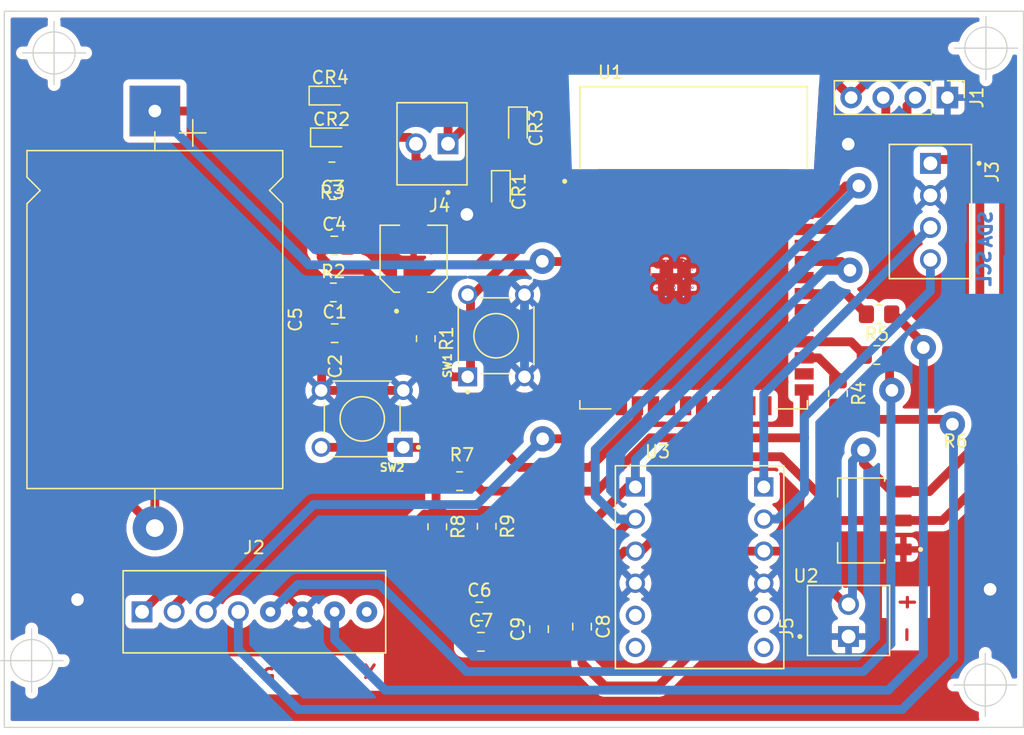
<source format=kicad_pcb>
(kicad_pcb (version 20211014) (generator pcbnew)
  (layers (0 "F.Cu" signal) (31 "B.Cu" signal) (34 "B.Paste" user) (35 "F.Paste" user) (36 "B.SilkS" user "B.Silkscreen") (37 "F.SilkS" user "F.Silkscreen") (38 "B.Mask" user) (39 "F.Mask" user) (44 "Edge.Cuts" user))
  (net 0 "")
  (net 1 "GND")
  (net 2 "Net-(C1-Pad2)")
  (net 3 "Net-(C5-Pad1)")
  (net 4 "Net-(C5-Pad2)")
  (net 5 "Net-(CR1-Pad1)")
  (net 6 "Net-(CR3-Pad1)")
  (net 7 "Net-(J1-Pad2)")
  (net 8 "Net-(J1-Pad3)")
  (net 9 "Net-(J2-Pad1)")
  (net 10 "Net-(J2-Pad2)")
  (net 11 "Net-(J2-Pad3)")
  (net 12 "Net-(J2-Pad4)")
  (net 13 "Net-(J2-Pad5)")
  (net 14 "Net-(J2-Pad7)")
  (net 16 "Net-(J3-Pad3)")
  (net 17 "Net-(J3-Pad4)")
  (net 18 "Net-(R8-Pad2)")
  (net 40 "+3V3")
  (net 41 "Net-(R7-Pad2)")
  (net 42 "Net-(R4-Pad1)")
  (net 43 "Net-(R5-Pad1)")
  (net 44 "Net-(R6-Pad1)")
  (net 45 "Net-(R9-Pad2)")
  (net 50 "+5V")
  (footprint "Diode_SMD:D_0603_1608Metric_Pad1.05x0.95mm_HandSolder" (layer "F.Cu") (at 159.6898 43.4086 -90)
    (fp_text reference "CR1")
    (fp_text value "1N4148W-TP")
  )
  (footprint "libraries:TE_1546215-4" (layer "F.Cu") (at 193.675 44.9834 -90)
    (fp_text reference "J3")
    (fp_text value "282837-4")
  )
  (footprint "Resistor_SMD:R_0805_2012Metric_Pad1.20x1.40mm_HandSolder" (layer "F.Cu") (at 154.654 69.9262 -90)
    (fp_text reference "R8")
    (fp_text value "10k")
  )
  (footprint "Resistor_SMD:R_0805_2012Metric_Pad1.20x1.40mm_HandSolder" (layer "F.Cu") (at 158.5656 69.8914 -90)
    (fp_text reference "R9")
    (fp_text value "10k")
  )
  (footprint "libraries:SOT229P700X180-4N" (layer "F.Cu") (at 188.195 69.4308 180)
    (fp_text reference "U2")
    (fp_text value "AMS1117")
  )
  (footprint "Resistor_SMD:R_0805_2012Metric_Pad1.20x1.40mm_HandSolder" (layer "F.Cu") (at 189.611 53.1114)
    (fp_text reference "R6")
    (fp_text value "82")
  )
  (footprint "Capacitor_SMD:C_0805_2012Metric_Pad1.18x1.45mm_HandSolder" (layer "F.Cu") (at 162.709 78.0308 90)
    (fp_text reference "C9")
    (fp_text value "4.7u")
  )
  (footprint "libraries:CAP_EEE0JA101WR" (layer "F.Cu") (at 152.781 48.7172 90)
    (fp_text reference "C2")
    (fp_text value "220u")
  )
  (footprint "Capacitor_THT:CP_Axial_L26.5mm_D20.0mm_P33.00mm_Horizontal" (layer "F.Cu") (at 132.3086 37.0332 -90)
    (fp_text reference "C5")
    (fp_text value "1000µ")
  )
  (footprint "libraries:TE_1546215-2" (layer "F.Cu") (at 154.2385 39.624 180)
    (fp_text reference "J4")
    (fp_text value "282841-2")
  )
  (footprint "Diode_SMD:D_0603_1608Metric_Pad1.05x0.95mm_HandSolder" (layer "F.Cu") (at 146.177 35.814)
    (fp_text reference "CR4")
    (fp_text value "1N4148W-TP")
  )
  (footprint "BOB-12009:CONV_BOB-12009" (layer "F.Cu") (at 175.4124 73.1266)
    (fp_text reference "U3")
    (fp_text value "BOB-12009")
  )
  (footprint "Capacitor_SMD:C_0805_2012Metric_Pad1.18x1.45mm_HandSolder" (layer "F.Cu") (at 146.4056 44.7548)
    (fp_text reference "C3")
    (fp_text value "22u")
  )
  (footprint "libraries:TE_1546215-2" (layer "F.Cu") (at 187.198 77.343 90)
    (fp_text reference "J5")
    (fp_text value "282841-2")
  )
  (footprint "Capacitor_SMD:C_0805_2012Metric_Pad1.18x1.45mm_HandSolder" (layer "F.Cu") (at 146.5365 54.61)
    (fp_text reference "C1")
    (fp_text value "1u")
  )
  (footprint "Capacitor_SMD:C_0805_2012Metric_Pad1.18x1.45mm_HandSolder" (layer "F.Cu") (at 158.109 79.0308)
    (fp_text reference "C7")
    (fp_text value "4.7u")
  )
  (footprint "Capacitor_SMD:C_0805_2012Metric_Pad1.18x1.45mm_HandSolder" (layer "F.Cu") (at 166.109 77.8308 -90)
    (fp_text reference "C8")
    (fp_text value "0.1u")
  )
  (footprint "Resistor_SMD:R_0805_2012Metric_Pad1.20x1.40mm_HandSolder" (layer "F.Cu") (at 153.7462 55.0418 -90)
    (fp_text reference "R1")
    (fp_text value "10k")
  )
  (footprint "Resistor_SMD:R_0805_2012Metric_Pad1.20x1.40mm_HandSolder" (layer "F.Cu") (at 156.4226 66.3194)
    (fp_text reference "R7")
    (fp_text value "10k")
  )
  (footprint "Capacitor_SMD:C_0805_2012Metric_Pad1.18x1.45mm_HandSolder" (layer "F.Cu") (at 146.5072 47.6758)
    (fp_text reference "C4")
    (fp_text value "0.1u")
  )
  (footprint "Resistor_SMD:R_0805_2012Metric_Pad1.20x1.40mm_HandSolder" (layer "F.Cu") (at 189.4426 56.3372)
    (fp_text reference "R5")
    (fp_text value "82")
  )
  (footprint "Resistor_SMD:R_0805_2012Metric_Pad1.20x1.40mm_HandSolder" (layer "F.Cu") (at 146.32 41.8084 180)
    (fp_text reference "R3")
    (fp_text value "120")
  )
  (footprint "Diode_SMD:D_0603_1608Metric_Pad1.05x0.95mm_HandSolder" (layer "F.Cu") (at 161.036 38.3794 -90)
    (fp_text reference "CR3")
    (fp_text value "1N4148W-TP")
  )
  (footprint "libraries:SW_1825910-6-4" (layer "F.Cu") (at 148.717 61.3918 180)
    (fp_text reference "SW2")
    (fp_text value "BOOT")
  )
  (footprint "libraries:XCVR_ESP32-WROOM-32E_(16MB)" (layer "F.Cu") (at 174.9375 47.85125)
    (fp_text reference "U1")
    (fp_text value "ESP32-WROOM-32E_(16MB)")
  )
  (footprint "Resistor_SMD:R_0805_2012Metric_Pad1.20x1.40mm_HandSolder" (layer "F.Cu") (at 186.3598 59.3852 -90)
    (fp_text reference "R4")
    (fp_text value "82")
  )
  (footprint "Resistor_SMD:R_0805_2012Metric_Pad1.20x1.40mm_HandSolder" (layer "F.Cu") (at 146.431 51.3842)
    (fp_text reference "R2")
    (fp_text value "560")
  )
  (footprint "Diode_SMD:D_0603_1608Metric_Pad1.05x0.95mm_HandSolder" (layer "F.Cu") (at 146.29 39.116)
    (fp_text reference "CR2")
    (fp_text value "1N4148W-TP")
  )
  (footprint "Capacitor_SMD:C_0805_2012Metric_Pad1.18x1.45mm_HandSolder" (layer "F.Cu") (at 157.988 76.6308)
    (fp_text reference "C6")
    (fp_text value "0.1u")
  )
  (footprint "libraries:TE_1546215-8" (layer "F.Cu") (at 140.1572 76.6572)
    (fp_text reference "J2")
    (fp_text value "R pinnen RGB strips")
  )
  (footprint "Connector_PinHeader_2.54mm:PinHeader_1x04_P2.54mm_Vertical" (layer "F.Cu") (at 195.0212 35.9664 -90)
    (fp_text reference "J1")
    (fp_text value "Conn_01x04_Female")
  )
  (footprint "libraries:SW_1825910-6-4" (layer "F.Cu") (at 159.3088 54.8132 90)
    (fp_text reference "SW1")
    (fp_text value "ENABLE")
  )
  (gr_rect (start 120.396 29.1338) (end 201.041 85.8012) (layer "Edge.Cuts") (width 0.1) (fill none))
  (gr_text "dynamo" (at 154.051 33.4518) (layer "F.Cu") (effects (font (size 1 1) (thickness 0.25))))
  (gr_text "GND\n" (at 144.0942 81.7118) (layer "F.Cu") (effects (font (size 1 1) (thickness 0.25))))
  (gr_text "B" (at 138.938 81.6864) (layer "F.Cu") (effects (font (size 1 1) (thickness 0.25))))
  (gr_text "Bicycle\n" (at 129.7178 82.7786) (layer "F.Cu") (effects (font (size 1.5 1.5) (thickness 0.3))))
  (gr_text "R" (at 146.8628 81.6102) (layer "F.Cu") (effects (font (size 1 1) (thickness 0.25))))
  (gr_text "+\n\n" (at 126.0602 37.9476 90) (layer "F.Cu") (effects (font (size 1.5 1.5) (thickness 0.3))))
  (gr_text "G" (at 141.3002 81.6864) (layer "F.Cu") (effects (font (size 1 1) (thickness 0.25))))
  (gr_text "-\n" (at 125.7554 69.215 90) (layer "F.Cu") (effects (font (size 1.5 1.5) (thickness 0.3))))
  (gr_text "X" (at 149.3266 81.407) (layer "F.Cu") (effects (font (size 1 1) (thickness 0.25)) (justify mirror)))
  (gr_text "-\n" (at 191.7446 78.4606 90) (layer "F.Cu") (effects (font (size 1 1) (thickness 0.25))))
  (gr_text "+" (at 191.7446 75.8952 90) (layer "F.Cu") (effects (font (size 1.5 1) (thickness 0.25))))
  (gr_text "SCL\n" (at 197.9422 49.4792 90) (layer "B.Cu") (effects (font (size 1 1) (thickness 0.25)) (justify mirror)))
  (gr_text "SDA" (at 198.0438 46.3804 90) (layer "B.Cu") (effects (font (size 1 1) (thickness 0.25)) (justify mirror)))
  (target plus (at 198.0692 32.0548) (size 5) (width 0.1) (layer "Edge.Cuts"))
  (target plus (at 124.333 32.4358) (size 5) (width 0.1) (layer "Edge.Cuts"))
  (target plus (at 122.555 80.518) (size 5) (width 0.1) (layer "Edge.Cuts"))
  (target plus (at 198.0184 82.4484) (size 5) (width 0.1) (layer "Edge.Cuts"))
  (segment (start 145.467 59.1418) (end 145.509 59.0998) (width 0.7) (layer "F.Cu") (net 1))
  (segment (start 173.480261 48.261739) (end 172.468463 48.261739) (width 0.7) (layer "F.Cu") (net 1))
  (segment (start 171.387989 51.280287) (end 171.387989 50.742213) (width 0.7) (layer "F.Cu") (net 1))
  (segment (start 172.847 52.451) (end 172.847 50.927) (width 0.7) (layer "F.Cu") (net 1))
  (segment (start 171.387989 50.742213) (end 171.186979 50.541203) (width 0.7) (layer "F.Cu") (net 1))
  (segment (start 174.8375 51.71125) (end 174.8375 52.000509) (width 0.7) (layer "F.Cu") (net 1))
  (segment (start 174.387009 52.451) (end 173.887991 52.451) (width 0.7) (layer "F.Cu") (net 1))
  (segment (start 171.387989 50.8) (end 171.387989 50.742213) (width 0.7) (layer "F.Cu") (net 1))
  (segment (start 172.0375 47.292702) (end 167.336048 42.59125) (width 0.7) (layer "F.Cu") (net 1))
  (segment (start 171.186979 50.541203) (end 171.186979 49.258952) (width 0.7) (layer "F.Cu") (net 1))
  (segment (start 174.787011 48.895) (end 174.787012 48.895) (width 0.7) (layer "F.Cu") (net 1))
  (segment (start 173.4375 48.692702) (end 173.4375 48.760729) (width 0.7) (layer "F.Cu") (net 1))
  (segment (start 174.371 50.8) (end 174.371 49.276) (width 0.7) (layer "F.Cu") (net 1))
  (segment (start 169.2225 60.35125) (end 169.2225 54.52625) (width 0.7) (layer "F.Cu") (net 1))
  (segment (start 175.537011 51.300998) (end 175.126759 51.71125) (width 0.7) (layer "F.Cu") (net 1))
  (segment (start 175.487011 49.880287) (end 175.056048 50.31125) (width 0.7) (layer "F.Cu") (net 1))
  (segment (start 171.186979 49.258952) (end 171.685202 48.760729) (width 0.7) (layer "F.Cu") (net 1))
  (segment (start 175.537011 50.721502) (end 175.537011 51.300998) (width 0.7) (layer "F.Cu") (net 1))
  (segment (start 172.974 52.324) (end 172.974 50.8) (width 0.7) (layer "F.Cu") (net 1))
  (segment (start 172.468463 48.261739) (end 172.0375 48.692702) (width 0.7) (layer "F.Cu") (net 1))
  (segment (start 172.0375 48.692702) (end 172.0375 47.292702) (width 0.7) (layer "F.Cu") (net 1))
  (segment (start 172.0375 52.2765) (end 172.0375 51.71125) (width 0.7) (layer "F.Cu") (net 1))
  (segment (start 174.371 52.197) (end 174.371 50.673) (width 0.7) (layer "F.Cu") (net 1))
  (segment (start 174.8375 48.91125) (end 174.8375 48.692702) (width 0.7) (layer "F.Cu") (net 1))
  (segment (start 173.482 49.149) (end 175.006 49.149) (width 0.7) (layer "F.Cu") (net 1))
  (segment (start 171.676817 50.453385) (end 171.387989 50.8) (width 0.7) (layer "F.Cu") (net 1))
  (segment (start 171.818952 51.71125) (end 171.387989 51.280287) (width 0.7) (layer "F.Cu") (net 1))
  (segment (start 172.0375 51.71125) (end 171.818952 51.71125) (width 0.7) (layer "F.Cu") (net 1))
  (segment (start 169.2225 54.52625) (end 172.0375 51.71125) (width 0.7) (layer "F.Cu") (net 1))
  (segment (start 172.085 49.149) (end 173.609 49.149) (width 0.7) (layer "F.Cu") (net 1))
  (segment (start 172.171761 52.410761) (end 172.0375 52.2765) (width 0.7) (layer "F.Cu") (net 1))
  (segment (start 175.341006 48.341006) (end 181.090761 42.59125) (width 0.7) (layer "F.Cu") (net 1))
  (segment (start 174.787012 48.895) (end 175.341006 48.341006) (width 0.7) (layer "F.Cu") (net 1))
  (segment (start 145.467 59.1418) (end 151.967 59.1418) (width 0.7) (layer "F.Cu") (net 1))
  (segment (start 174.406537 48.261739) (end 173.480261 48.261739) (width 0.7) (layer "F.Cu") (net 1))
  (segment (start 172.466 52.324) (end 172.466 50.8) (width 0.7) (layer "F.Cu") (net 1))
  (segment (start 175.126759 50.31125) (end 175.537011 50.721502) (width 0.7) (layer "F.Cu") (net 1))
  (segment (start 175.126759 51.71125) (end 174.8375 51.71125) (width 0.7) (layer "F.Cu") (net 1))
  (segment (start 173.101 50.8) (end 173.101 52.324) (width 0.7) (layer "F.Cu") (net 1))
  (segment (start 174.8375 48.692702) (end 174.406537 48.261739) (width 0.7) (layer "F.Cu") (net 1))
  (segment (start 173.243399 48.498601) (end 173.4375 48.692702) (width 0.7) (layer "F.Cu") (net 1))
  (segment (start 147.32 47.0795) (end 147.5447 47.3042) (width 0.7) (layer "F.Cu") (net 1))
  (segment (start 173.027248 52.410761) (end 172.171761 52.410761) (width 0.7) (layer "F.Cu") (net 1))
  (segment (start 173.99 52.197) (end 173.99 50.673) (width 0.7) (layer "F.Cu") (net 1))
  (segment (start 173.4375 52.000509) (end 173.027248 52.410761) (width 0.7) (layer "F.Cu") (net 1))
  (segment (start 145.509 54.62) (end 145.499 54.61) (width 0.7) (layer "F.Cu") (net 1))
  (segment (start 175.341006 48.341006) (end 175.487011 48.487011) (width 0.7) (layer "F.Cu") (net 1))
  (segment (start 173.480261 48.261739) (end 173.243399 48.498601) (width 0.7) (layer "F.Cu") (net 1))
  (segment (start 175.056048 50.31125) (end 174.8375 50.31125) (width 0.7) (layer "F.Cu") (net 1))
  (segment (start 145.509 59.0998) (end 145.509 54.62) (width 0.7) (layer "F.Cu") (net 1))
  (segment (start 173.99 50.546) (end 173.99 49.022) (width 0.7) (layer "F.Cu") (net 1))
  (segment (start 173.887991 52.451) (end 173.4375 52.000509) (width 0.7) (layer "F.Cu") (net 1))
  (segment (start 172.974 50.927) (end 172.974 49.403) (width 0.7) (layer "F.Cu") (net 1))
  (segment (start 174.8375 50.31125) (end 175.126759 50.31125) (width 0.7) (layer "F.Cu") (net 1))
  (segment (start 174.8375 52.000509) (end 174.387009 52.451) (width 0.7) (layer "F.Cu") (net 1))
  (segment (start 171.387989 50.742213) (end 171.676817 50.453385) (width 0.7) (layer "F.Cu") (net 1))
  (segment (start 173.4375 51.71125) (end 173.4375 52.000509) (width 0.7) (layer "F.Cu") (net 1))
  (segment (start 147.5447 47.3042) (end 147.5447 47.6758) (width 0.7) (layer "F.Cu") (net 1))
  (segment (start 181.090761 42.59125) (end 183.6875 42.59125) (width 0.7) (layer "F.Cu") (net 1))
  (segment (start 175.487011 48.487011) (end 175.487011 49.880287) (width 0.7) (layer "F.Cu") (net 1))
  (segment (start 167.336048 42.59125) (end 166.1875 42.59125) (width 0.7) (layer "F.Cu") (net 1))
  (segment (start 172.593 50.927) (end 172.593 49.403) (width 0.7) (layer "F.Cu") (net 1))
  (via (at 198.3994 74.8792) (size 2) (drill 1) (layers "F.Cu" "B.Cu") (net 1))
  (via (at 156.9974 45.212) (size 2) (drill 1) (layers "F.Cu" "B.Cu") (net 1))
  (via (at 187.1726 39.6494) (size 2) (drill 1) (layers "F.Cu" "B.Cu") (net 1))
  (via (at 126.1872 75.692) (size 2) (drill 1) (layers "F.Cu" "B.Cu") (net 1))
  (segment (start 161.5588 51.5632) (end 161.5588 58.0632) (width 0.7) (layer "B.Cu") (net 1))
  (segment (start 157.5042 51.5632) (end 163.93615 45.13125) (width 0.7) (layer "F.Cu") (net 2))
  (segment (start 157.0588 58.0632) (end 157.2874 57.8346) (width 0.7) (layer "F.Cu") (net 2))
  (segment (start 153.7462 56.0418) (end 153.7352 56.0308) (width 0.7) (layer "F.Cu") (net 2))
  (segment (start 148.6882 54.61) (end 147.574 54.61) (width 0.7) (layer "F.Cu") (net 2))
  (segment (start 163.93615 45.13125) (end 166.1875 45.13125) (width 0.7) (layer "F.Cu") (net 2))
  (segment (start 155.7676 58.0632) (end 153.7462 56.0418) (width 0.7) (layer "F.Cu") (net 2))
  (segment (start 157.2874 51.7918) (end 157.0588 51.5632) (width 0.7) (layer "F.Cu") (net 2))
  (segment (start 166.1875 45.13125) (end 165.058478 45.13125) (width 0.7) (layer "F.Cu") (net 2))
  (segment (start 157.0588 58.0632) (end 155.7676 58.0632) (width 0.7) (layer "F.Cu") (net 2))
  (segment (start 150.109 56.0308) (end 148.6882 54.61) (width 0.7) (layer "F.Cu") (net 2))
  (segment (start 157.2874 57.8346) (end 157.2874 51.7918) (width 0.7) (layer "F.Cu") (net 2))
  (segment (start 153.7352 56.0308) (end 150.109 56.0308) (width 0.7) (layer "F.Cu") (net 2))
  (segment (start 157.0588 51.5632) (end 157.5042 51.5632) (width 0.7) (layer "F.Cu") (net 2))
  (segment (start 147.701 54.737) (end 147.574 54.61) (width 0.7) (layer "F.Cu") (net 2))
  (segment (start 162.98725 48.94125) (end 166.1875 48.94125) (width 0.7) (layer "F.Cu") (net 3))
  (segment (start 145.302 41.7904) (end 145.32 41.8084) (width 0.7) (layer "F.Cu") (net 3))
  (segment (start 145.302 35.814) (end 145.302 41.7904) (width 0.7) (layer "F.Cu") (net 3))
  (segment (start 145.2184 41.8084) (end 140.4432 37.0332) (width 0.7) (layer "F.Cu") (net 3))
  (segment (start 140.4432 37.0332) (end 132.3086 37.0332) (width 0.7) (layer "F.Cu") (net 3))
  (segment (start 162.9664 48.9204) (end 162.98725 48.94125) (width 0.7) (layer "F.Cu") (net 3))
  (segment (start 145.32 41.8084) (end 145.2184 41.8084) (width 0.7) (layer "F.Cu") (net 3))
  (via (at 162.9664 48.9204) (size 2) (drill 1) (layers "F.Cu" "B.Cu") (net 3))
  (segment (start 162.9664 48.9204) (end 162.687 49.1998) (width 0.7) (layer "B.Cu") (net 3))
  (segment (start 144.4752 49.1998) (end 132.3086 37.0332) (width 0.7) (layer "B.Cu") (net 3))
  (segment (start 162.687 49.1998) (end 144.4752 49.1998) (width 0.7) (layer "B.Cu") (net 3))
  (segment (start 161.036 39.2544) (end 161.7472 39.9656) (width 0.7) (layer "F.Cu") (net 4))
  (segment (start 160.51553 31.6738) (end 160.775765 31.934035) (width 0.7) (layer "F.Cu") (net 4))
  (segment (start 128.143 65.8676) (end 132.3086 70.0332) (width 0.7) (layer "F.Cu") (net 4))
  (segment (start 160.775765 31.934035) (end 160.54093 31.6992) (width 0.7) (layer "F.Cu") (net 4))
  (segment (start 140.9556 51.3842) (end 145.431 51.3842) (width 0.7) (layer "F.Cu") (net 4))
  (segment (start 160.775765 31.934035) (end 162.78608 33.94435) (width 0.7) (layer "F.Cu") (net 4))
  (segment (start 161.7472 39.9656) (end 161.7472 43.0784) (width 0.7) (layer "F.Cu") (net 4))
  (segment (start 162.78608 33.94435) (end 162.78608 38.81372) (width 0.7) (layer "F.Cu") (net 4))
  (segment (start 162.78608 38.81372) (end 162.3454 39.2544) (width 0.7) (layer "F.Cu") (net 4))
  (segment (start 131.445 31.6992) (end 128.143 35.0012) (width 0.7) (layer "F.Cu") (net 4))
  (segment (start 161.7472 43.0784) (end 160.542 44.2836) (width 0.7) (layer "F.Cu") (net 4))
  (segment (start 160.54093 31.6992) (end 131.445 31.6992) (width 0.7) (layer "F.Cu") (net 4))
  (segment (start 132.3086 60.0312) (end 140.9556 51.3842) (width 0.7) (layer "F.Cu") (net 4))
  (segment (start 162.3454 39.2544) (end 161.036 39.2544) (width 0.7) (layer "F.Cu") (net 4))
  (segment (start 132.3086 70.0332) (end 132.3086 60.0312) (width 0.7) (layer "F.Cu") (net 4))
  (segment (start 128.143 35.0012) (end 128.143 65.8676) (width 0.7) (layer "F.Cu") (net 4))
  (segment (start 160.542 44.2836) (end 159.6898 44.2836) (width 0.7) (layer "F.Cu") (net 4))
  (segment (start 152.4605 39.116) (end 147.165 39.116) (width 0.7) (layer "F.Cu") (net 5))
  (segment (start 152.9685 40.833022) (end 154.669078 42.5336) (width 0.7) (layer "F.Cu") (net 5))
  (segment (start 152.9685 39.624) (end 152.4605 39.116) (width 0.7) (layer "F.Cu") (net 5))
  (segment (start 159.6898 42.5336) (end 159.653 42.5704) (width 0.7) (layer "F.Cu") (net 5))
  (segment (start 154.669078 42.5336) (end 159.6898 42.5336) (width 0.7) (layer "F.Cu") (net 5))
  (segment (start 152.9685 39.624) (end 152.9685 40.833022) (width 0.7) (layer "F.Cu") (net 5))
  (segment (start 153.2235 35.814) (end 155.5085 38.099) (width 0.7) (layer "F.Cu") (net 6))
  (segment (start 157.6281 37.5044) (end 161.036 37.5044) (width 0.7) (layer "F.Cu") (net 6))
  (segment (start 155.5085 39.624) (end 157.6281 37.5044) (width 0.7) (layer "F.Cu") (net 6))
  (segment (start 155.5085 38.099) (end 155.5085 39.624) (width 0.7) (layer "F.Cu") (net 6))
  (segment (start 147.052 35.814) (end 153.2235 35.814) (width 0.7) (layer "F.Cu") (net 6))
  (segment (start 191.8208 45.0596) (end 189.357 47.5234) (width 0.7) (layer "F.Cu") (net 7))
  (segment (start 191.8208 36.6268) (end 191.8208 45.0596) (width 0.7) (layer "F.Cu") (net 7))
  (segment (start 190.3476 46.5328) (end 189.357 47.5234) (width 0.7) (layer "F.Cu") (net 7))
  (segment (start 189.357 47.5234) (end 189.20915 47.67125) (width 0.7) (layer "F.Cu") (net 7))
  (segment (start 189.20915 47.67125) (end 183.6875 47.67125) (width 0.7) (layer "F.Cu") (net 7))
  (segment (start 192.4812 35.9664) (end 191.8208 36.6268) (width 0.7) (layer "F.Cu") (net 7))
  (segment (start 189.9412 35.9664) (end 190.1444 36.1696) (width 0.7) (layer "F.Cu") (net 8))
  (segment (start 190.1444 44.1452) (end 187.88835 46.40125) (width 0.7) (layer "F.Cu") (net 8))
  (segment (start 190.1444 36.1696) (end 190.1444 44.1452) (width 0.7) (layer "F.Cu") (net 8))
  (segment (start 187.88835 46.40125) (end 183.6875 46.40125) (width 0.7) (layer "F.Cu") (net 8))
  (segment (start 164.58275 60.706) (end 162.946556 60.706) (width 0.7) (layer "F.Cu") (net 9))
  (segment (start 141.109 62.2308) (end 141.109 66.8434) (width 0.7) (layer "F.Cu") (net 9))
  (segment (start 142.50852 60.83128) (end 141.109 62.2308) (width 0.7) (layer "F.Cu") (net 9))
  (segment (start 162.821276 60.83128) (end 142.50852 60.83128) (width 0.7) (layer "F.Cu") (net 9))
  (segment (start 166.1875 59.10125) (end 164.58275 60.706) (width 0.7) (layer "F.Cu") (net 9))
  (segment (start 141.109 66.8434) (end 131.2952 76.6572) (width 0.7) (layer "F.Cu") (net 9))
  (segment (start 162.946556 60.706) (end 162.821276 60.83128) (width 0.7) (layer "F.Cu") (net 9))
  (segment (start 170.050286 61.922486) (end 167.863861 64.108911) (width 0.7) (layer "F.Cu") (net 10))
  (segment (start 143.002 67.0052) (end 133.8352 76.172) (width 0.7) (layer "F.Cu") (net 10))
  (segment (start 144.5204 61.9308) (end 143.002 63.4492) (width 0.7) (layer "F.Cu") (net 10))
  (segment (start 157.892 61.9308) (end 144.5204 61.9308) (width 0.7) (layer "F.Cu") (net 10))
  (segment (start 166.745572 65.2272) (end 161.1884 65.2272) (width 0.7) (layer "F.Cu") (net 10))
  (segment (start 170.4925 61.480272) (end 170.050286 61.922486) (width 0.7) (layer "F.Cu") (net 10))
  (segment (start 143.002 63.4492) (end 143.002 67.0052) (width 0.7) (layer "F.Cu") (net 10))
  (segment (start 170.050286 61.922486) (end 166.745572 65.2272) (width 0.7) (layer "F.Cu") (net 10))
  (segment (start 161.1884 65.2272) (end 157.892 61.9308) (width 0.7) (layer "F.Cu") (net 10))
  (segment (start 170.4925 60.35125) (end 170.4925 61.480272) (width 0.7) (layer "F.Cu") (net 10))
  (segment (start 133.8352 76.172) (end 133.8352 76.6572) (width 0.7) (layer "F.Cu") (net 10))
  (segment (start 164.973 62.9666) (end 167.7924 60.1472) (width 0.7) (layer "F.Cu") (net 11))
  (segment (start 167.7924 60.1472) (end 167.7924 58.28615) (width 0.7) (layer "F.Cu") (net 11))
  (segment (start 162.9918 62.9666) (end 164.973 62.9666) (width 0.7) (layer "F.Cu") (net 11))
  (segment (start 167.7924 58.28615) (end 167.3375 57.83125) (width 0.7) (layer "F.Cu") (net 11))
  (segment (start 167.3375 57.83125) (end 166.1875 57.83125) (width 0.7) (layer "F.Cu") (net 11))
  (via (at 162.9918 62.9666) (size 2) (drill 1) (layers "F.Cu" "B.Cu") (net 11))
  (segment (start 157.7848 68.1736) (end 144.8588 68.1736) (width 0.7) (layer "B.Cu") (net 11))
  (segment (start 162.9918 62.9666) (end 157.7848 68.1736) (width 0.7) (layer "B.Cu") (net 11))
  (segment (start 144.8588 68.1736) (end 136.3752 76.6572) (width 0.7) (layer "B.Cu") (net 11))
  (segment (start 186.3598 60.3852) (end 187.4054 61.4308) (width 0.7) (layer "F.Cu") (net 12))
  (segment (start 195.0348 61.4308) (end 195.4149 61.8109) (width 0.7) (layer "F.Cu") (net 12))
  (segment (start 187.4054 61.4308) (end 195.0348 61.4308) (width 0.7) (layer "F.Cu") (net 12))
  (via (at 195.4149 61.8109) (size 2) (drill 1) (layers "F.Cu" "B.Cu") (net 12))
  (segment (start 195.5038 61.8998) (end 195.5038 80.3148) (width 0.7) (layer "B.Cu") (net 12))
  (segment (start 143.657 84.3788) (end 138.9152 79.637) (width 0.7) (layer "B.Cu") (net 12))
  (segment (start 195.5038 80.3148) (end 191.4398 84.3788) (width 0.7) (layer "B.Cu") (net 12))
  (segment (start 138.9152 79.637) (end 138.9152 76.6572) (width 0.7) (layer "B.Cu") (net 12))
  (segment (start 191.4398 84.3788) (end 143.657 84.3788) (width 0.7) (layer "B.Cu") (net 12))
  (segment (start 195.4149 61.8109) (end 195.5038 61.8998) (width 0.7) (layer "B.Cu") (net 12))
  (segment (start 195.3514 61.7474) (end 195.4149 61.8109) (width 0.7) (layer "B.Cu") (net 12))
  (segment (start 190.4426 58.9468) (end 190.4426 56.3372) (width 0.7) (layer "F.Cu") (net 13))
  (segment (start 190.627 59.1312) (end 190.4426 58.9468) (width 0.7) (layer "F.Cu") (net 13))
  (via (at 190.627 59.1312) (size 2) (drill 1) (layers "F.Cu" "B.Cu") (net 13))
  (segment (start 156.972 81.3816) (end 150.0886 74.4982) (width 0.7) (layer "B.Cu") (net 13))
  (segment (start 190.5508 79.1972) (end 188.3664 81.3816) (width 0.7) (layer "B.Cu") (net 13))
  (segment (start 190.627 59.1312) (end 190.5508 59.2074) (width 0.7) (layer "B.Cu") (net 13))
  (segment (start 143.6142 74.4982) (end 141.4552 76.6572) (width 0.7) (layer "B.Cu") (net 13))
  (segment (start 190.5508 59.2074) (end 190.5508 79.1972) (width 0.7) (layer "B.Cu") (net 13))
  (segment (start 188.3664 81.3816) (end 156.972 81.3816) (width 0.7) (layer "B.Cu") (net 13))
  (segment (start 150.0886 74.4982) (end 143.6142 74.4982) (width 0.7) (layer "B.Cu") (net 13))
  (segment (start 193.1162 55.4228) (end 190.8048 53.1114) (width 0.7) (layer "F.Cu") (net 14))
  (segment (start 193.1162 55.753) (end 193.1162 55.4228) (width 0.7) (layer "F.Cu") (net 14))
  (segment (start 190.8048 53.1114) (end 190.611 53.1114) (width 0.7) (layer "F.Cu") (net 14))
  (via (at 193.1162 55.753) (size 2) (drill 1) (layers "F.Cu" "B.Cu") (net 14))
  (segment (start 193.1162 80.0862) (end 190.3476 82.8548) (width 0.7) (layer "B.Cu") (net 14))
  (segment (start 190.3476 82.8548) (end 150.533 82.8548) (width 0.7) (layer "B.Cu") (net 14))
  (segment (start 146.5352 78.857) (end 146.5352 76.6572) (width 0.7) (layer "B.Cu") (net 14))
  (segment (start 193.1162 55.753) (end 193.1162 80.0862) (width 0.7) (layer "B.Cu") (net 14))
  (segment (start 150.533 82.8548) (end 146.5352 78.857) (width 0.7) (layer "B.Cu") (net 14))
  (segment (start 193.675 46.2534) (end 193.6496 46.2534) (width 0.7) (layer "B.Cu") (net 16))
  (segment (start 180.4924 59.4106) (end 180.4924 66.7766) (width 0.7) (layer "B.Cu") (net 16))
  (segment (start 193.6496 46.2534) (end 180.4924 59.4106) (width 0.7) (layer "B.Cu") (net 16))
  (segment (start 193.675 51.2648) (end 183.709 61.2308) (width 0.7) (layer "B.Cu") (net 17))
  (segment (start 183.709 61.2308) (end 183.709 67.183022) (width 0.7) (layer "B.Cu") (net 17))
  (segment (start 183.709 67.183022) (end 181.575422 69.3166) (width 0.7) (layer "B.Cu") (net 17))
  (segment (start 193.675 48.7934) (end 193.675 51.2648) (width 0.7) (layer "B.Cu") (net 17))
  (segment (start 181.575422 69.3166) (end 180.4924 69.3166) (width 0.7) (layer "B.Cu") (net 17))
  (segment (start 155.96872 72.24092) (end 154.654 70.9262) (width 0.7) (layer "F.Cu") (net 18))
  (segment (start 156.5402 72.7202) (end 166.62598 72.7202) (width 0.7) (layer "F.Cu") (net 18))
  (segment (start 169.97108 69.67792) (end 170.3324 69.3166) (width 0.7) (layer "F.Cu") (net 18))
  (segment (start 166.62598 72.7202) (end 170.02958 69.3166) (width 0.7) (layer "F.Cu") (net 18))
  (segment (start 170.02958 69.3166) (end 170.3324 69.3166) (width 0.7) (layer "F.Cu") (net 18))
  (segment (start 188.0108 42.9514) (end 186.9948 42.9514) (width 0.7) (layer "F.Cu") (net 18))
  (segment (start 170.3324 69.3166) (end 169.799 69.3166) (width 0.7) (layer "F.Cu") (net 18))
  (segment (start 184.81495 45.13125) (end 183.6875 45.13125) (width 0.7) (layer "F.Cu") (net 18))
  (segment (start 156.06092 72.24092) (end 156.5402 72.7202) (width 0.7) (layer "F.Cu") (net 18))
  (segment (start 186.9948 42.9514) (end 184.81495 45.13125) (width 0.7) (layer "F.Cu") (net 18))
  (segment (start 155.96872 72.24092) (end 156.06092 72.24092) (width 0.7) (layer "F.Cu") (net 18))
  (via (at 188.0108 42.9514) (size 2) (drill 1) (layers "F.Cu" "B.Cu") (net 18))
  (segment (start 167.1574 67.5132) (end 168.9608 69.3166) (width 0.7) (layer "B.Cu") (net 18))
  (segment (start 168.9608 69.3166) (end 170.3324 69.3166) (width 0.7) (layer "B.Cu") (net 18))
  (segment (start 188.0108 42.9514) (end 167.1574 63.8048) (width 0.7) (layer "B.Cu") (net 18))
  (segment (start 167.1574 63.8048) (end 167.1574 67.5132) (width 0.7) (layer "B.Cu") (net 18))
  (segment (start 164.1856 34.3408) (end 164.1856 43.288372) (width 0.7) (layer "F.Cu") (net 40))
  (segment (start 197.855011 35.549011) (end 197.931211 35.549011) (width 0.7) (layer "F.Cu") (net 40))
  (segment (start 189.8396 33.528) (end 195.834 33.528) (width 0.7) (layer "F.Cu") (net 40))
  (segment (start 163.22495 43.86125) (end 157.8864 49.1998) (width 0.7) (layer "F.Cu") (net 40))
  (segment (start 145.4095 44.7962) (end 145.4095 47.6156) (width 0.7) (layer "F.Cu") (net 40))
  (segment (start 153.7462 54.0418) (end 153.4762 53.7718) (width 0.7) (layer "F.Cu") (net 40))
  (segment (start 156.9505 74.8753) (end 156.995 74.8308) (width 0.7) (layer "F.Cu") (net 40))
  (segment (start 158.5308 68.9262) (end 158.5656 68.8914) (width 0.7) (layer "F.Cu") (net 40))
  (segment (start 146.5064 49.6308) (end 148.9448 49.6308) (width 0.7) (layer "F.Cu") (net 40))
  (segment (start 170.7896 71.8566) (end 170.3324 71.8566) (width 0.7) (layer "F.Cu") (net 40))
  (segment (start 145.4697 48.5941) (end 146.5064 49.6308) (width 0.7) (layer "F.Cu") (net 40))
  (segment (start 194.6276 69.4308) (end 191.54 69.4308) (width 0.7) (layer "F.Cu") (net 40))
  (segment (start 158.2862 68.612) (end 158.5656 68.8914) (width 0.7) (layer "F.Cu") (net 40))
  (segment (start 152.6032 51.045) (end 152.781 50.8672) (width 0.7) (layer "F.Cu") (net 40))
  (segment (start 181.8672 64.389) (end 178.2572 64.389) (width 0.7) (layer "F.Cu") (net 40))
  (segment (start 166.1875 43.86125) (end 163.22495 43.86125) (width 0.7) (layer "F.Cu") (net 40))
  (segment (start 154.4484 49.1998) (end 152.781 50.8672) (width 0.7) (layer "F.Cu") (net 40))
  (segment (start 184.85 67.3718) (end 184.85 69.4308) (width 0.7) (layer "F.Cu") (net 40))
  (segment (start 153.6286 68.9262) (end 152.146 70.4088) (width 0.7) (layer "F.Cu") (net 40))
  (segment (start 188.850711 34.516889) (end 189.8396 33.528) (width 0.7) (layer "F.Cu") (net 40))
  (segment (start 178.2572 64.389) (end 170.7896 71.8566) (width 0.7) (layer "F.Cu") (net 40))
  (segment (start 197.931211 35.549011) (end 199.4662 37.084) (width 0.7) (layer "F.Cu") (net 40))
  (segment (start 152.146 72.4916) (end 156.2852 76.6308) (width 0.7) (layer "F.Cu") (net 40))
  (segment (start 154.559 67.183) (end 154.559 68.8312) (width 0.7) (layer "F.Cu") (net 40))
  (segment (start 154.559 68.8312) (end 154.654 68.9262) (width 0.7) (layer "F.Cu") (net 40))
  (segment (start 145.3681 44.7548) (end 145.4095 44.7962) (width 0.7) (layer "F.Cu") (net 40))
  (segment (start 156.9505 76.6308) (end 156.9505 74.8753) (width 0.7) (layer "F.Cu") (net 40))
  (segment (start 148.9448 49.6308) (end 150.359 51.045) (width 0.7) (layer "F.Cu") (net 40))
  (segment (start 199.4662 37.084) (end 199.4662 64.5922) (width 0.7) (layer "F.Cu") (net 40))
  (segment (start 156.9505 76.6308) (end 156.9505 78.9098) (width 0.7) (layer "F.Cu") (net 40))
  (segment (start 150.359 51.045) (end 152.6032 51.045) (width 0.7) (layer "F.Cu") (net 40))
  (segment (start 156.2852 76.6308) (end 156.9505 76.6308) (width 0.7) (layer "F.Cu") (net 40))
  (segment (start 187.4012 35.9664) (end 188.850711 34.516889) (width 0.7) (layer "F.Cu") (net 40))
  (segment (start 166.4946 74.8308) (end 169.4688 71.8566) (width 0.7) (layer "F.Cu") (net 40))
  (segment (start 154.654 68.9262) (end 158.5308 68.9262) (width 0.7) (layer "F.Cu") (net 40))
  (segment (start 169.4688 71.8566) (end 170.3324 71.8566) (width 0.7) (layer "F.Cu") (net 40))
  (segment (start 191.54 69.4308) (end 184.85 69.4308) (width 0.7) (layer "F.Cu") (net 40))
  (segment (start 154.654 68.9262) (end 153.6286 68.9262) (width 0.7) (layer "F.Cu") (net 40))
  (segment (start 152.781 53.0766) (end 153.7462 54.0418) (width 0.7) (layer "F.Cu") (net 40))
  (segment (start 184.3786 32.9438) (end 187.4012 35.9664) (width 0.7) (layer "F.Cu") (net 40))
  (segment (start 145.4697 47.6758) (end 145.4697 48.5941) (width 0.7) (layer "F.Cu") (net 40))
  (segment (start 165.5826 32.9438) (end 164.1856 34.3408) (width 0.7) (layer "F.Cu") (net 40))
  (segment (start 164.1856 43.288372) (end 164.758478 43.86125) (width 0.7) (layer "F.Cu") (net 40))
  (segment (start 157.8864 49.1998) (end 154.4484 49.1998) (width 0.7) (layer "F.Cu") (net 40))
  (segment (start 155.4226 66.3194) (end 154.559 67.183) (width 0.7) (layer "F.Cu") (net 40))
  (segment (start 156.9505 78.9098) (end 157.0715 79.0308) (width 0.7) (layer "F.Cu") (net 40))
  (segment (start 145.4095 47.6156) (end 145.4697 47.6758) (width 0.7) (layer "F.Cu") (net 40))
  (segment (start 156.995 74.8308) (end 166.4946 74.8308) (width 0.7) (layer "F.Cu") (net 40))
  (segment (start 165.5826 32.9438) (end 184.3786 32.9438) (width 0.7) (layer "F.Cu") (net 40))
  (segment (start 181.8672 64.389) (end 184.85 67.3718) (width 0.7) (layer "F.Cu") (net 40))
  (segment (start 164.758478 43.86125) (end 166.1875 43.86125) (width 0.7) (layer "F.Cu") (net 40))
  (segment (start 188.850711 34.516889) (end 189.000711 34.366889) (width 0.7) (layer "F.Cu") (net 40))
  (segment (start 199.4662 64.5922) (end 194.6276 69.4308) (width 0.7) (layer "F.Cu") (net 40))
  (segment (start 195.834 33.528) (end 197.855011 35.549011) (width 0.7) (layer "F.Cu") (net 40))
  (segment (start 152.146 70.4088) (end 152.146 72.4916) (width 0.7) (layer "F.Cu") (net 40))
  (segment (start 152.781 50.8672) (end 152.781 53.0766) (width 0.7) (layer "F.Cu") (net 40))
  (segment (start 167.279178 67.1068) (end 158.21 67.1068) (width 0.7) (layer "F.Cu") (net 41))
  (segment (start 183.6875 59.10125) (end 183.6875 62.8597) (width 0.7) (layer "F.Cu") (net 41))
  (segment (start 183.7182 62.8904) (end 171.495578 62.8904) (width 0.7) (layer "F.Cu") (net 41))
  (segment (start 158.21 67.1068) (end 157.4226 66.3194) (width 0.7) (layer "F.Cu") (net 41))
  (segment (start 156.1232 63.6418) (end 151.967 63.6418) (width 0.7) (layer "F.Cu") (net 41))
  (segment (start 171.495578 62.8904) (end 169.107098 65.27888) (width 0.7) (layer "F.Cu") (net 41))
  (segment (start 183.6875 62.8597) (end 183.7182 62.8904) (width 0.7) (layer "F.Cu") (net 41))
  (segment (start 157.4226 64.9412) (end 156.1232 63.6418) (width 0.7) (layer "F.Cu") (net 41))
  (segment (start 157.4226 66.3194) (end 157.4226 64.9412) (width 0.7) (layer "F.Cu") (net 41))
  (segment (start 169.107098 65.27888) (end 167.279178 67.1068) (width 0.7) (layer "F.Cu") (net 41))
  (segment (start 151.967 63.6418) (end 145.467 63.6418) (width 0.7) (layer "F.Cu") (net 41))
  (segment (start 151.8908 63.5656) (end 151.967 63.6418) (width 0.7) (layer "B.Cu") (net 41))
  (segment (start 184.8375 56.56125) (end 186.3598 58.08355) (width 0.7) (layer "F.Cu") (net 42))
  (segment (start 183.6875 56.56125) (end 184.8375 56.56125) (width 0.7) (layer "F.Cu") (net 42))
  (segment (start 186.3598 58.08355) (end 186.3598 58.3852) (width 0.7) (layer "F.Cu") (net 42))
  (segment (start 187.39665 55.29125) (end 183.6875 55.29125) (width 0.7) (layer "F.Cu") (net 43))
  (segment (start 188.4426 56.3372) (end 187.39665 55.29125) (width 0.7) (layer "F.Cu") (net 43))
  (segment (start 183.6875 51.48125) (end 186.98085 51.48125) (width 0.7) (layer "F.Cu") (net 44))
  (segment (start 186.98085 51.48125) (end 188.611 53.1114) (width 0.7) (layer "F.Cu") (net 44))
  (segment (start 158.8958 70.5612) (end 158.5656 70.8914) (width 0.7) (layer "F.Cu") (net 45))
  (segment (start 169.7228 66.7766) (end 165.9382 70.5612) (width 0.7) (layer "F.Cu") (net 45))
  (segment (start 170.3324 66.7766) (end 169.7228 66.7766) (width 0.7) (layer "F.Cu") (net 45))
  (segment (start 187.309 49.6308) (end 186.61945 48.94125) (width 0.7) (layer "F.Cu") (net 45))
  (segment (start 186.61945 48.94125) (end 183.6875 48.94125) (width 0.7) (layer "F.Cu") (net 45))
  (segment (start 165.9382 70.5612) (end 158.8958 70.5612) (width 0.7) (layer "F.Cu") (net 45))
  (via (at 187.309 49.6308) (size 2) (drill 1) (layers "F.Cu" "B.Cu") (net 45))
  (segment (start 185.3192 49.6308) (end 170.3324 64.6176) (width 0.7) (layer "B.Cu") (net 45))
  (segment (start 187.309 49.6308) (end 185.3192 49.6308) (width 0.7) (layer "B.Cu") (net 45))
  (segment (start 170.3324 64.6176) (end 170.3324 66.7766) (width 0.7) (layer "B.Cu") (net 45))
  (segment (start 188.381857 64.903657) (end 190.619 67.1408) (width 0.7) (layer "F.Cu") (net 50))
  (segment (start 191.54 67.1408) (end 193.5902 67.1408) (width 0.7) (layer "F.Cu") (net 50))
  (segment (start 165.9465 79.0308) (end 162.7465 79.0308) (width 0.7) (layer "F.Cu") (net 50))
  (segment (start 175.7172 74.1172) (end 177.9778 71.8566) (width 0.7) (layer "F.Cu") (net 50))
  (segment (start 188.381857 63.863181) (end 188.381857 64.903657) (width 0.7) (layer "F.Cu") (net 50))
  (segment (start 166.109 78.8683) (end 166.109 80.7142) (width 0.7) (layer "F.Cu") (net 50))
  (segment (start 190.619 67.1408) (end 191.54 67.1408) (width 0.7) (layer "F.Cu") (net 50))
  (segment (start 177.9778 71.8566) (end 180.4924 71.8566) (width 0.7) (layer "F.Cu") (net 50))
  (segment (start 166.109 78.8683) (end 165.9465 79.0308) (width 0.7) (layer "F.Cu") (net 50))
  (segment (start 193.675 41.1734) (end 193.9798 40.8686) (width 0.7) (layer "F.Cu") (net 50))
  (segment (start 162.7465 79.0308) (end 162.709 79.0683) (width 0.7) (layer "F.Cu") (net 50))
  (segment (start 166.109 80.7142) (end 167.9194 82.5246) (width 0.7) (layer "F.Cu") (net 50))
  (segment (start 197.5866 43.1292) (end 197.5866 63.1444) (width 0.7) (layer "F.Cu") (net 50))
  (segment (start 167.9194 82.5246) (end 172.1612 82.5246) (width 0.7) (layer "F.Cu") (net 50))
  (segment (start 193.5902 67.1408) (end 197.5866 63.1444) (width 0.7) (layer "F.Cu") (net 50))
  (segment (start 187.198 76.073) (end 186.9512 76.073) (width 0.7) (layer "F.Cu") (net 50))
  (segment (start 193.9798 40.8686) (end 195.326 40.8686) (width 0.7) (layer "F.Cu") (net 50))
  (segment (start 175.7172 78.9686) (end 175.7172 74.1172) (width 0.7) (layer "F.Cu") (net 50))
  (segment (start 182.7348 71.8566) (end 180.4924 71.8566) (width 0.7) (layer "F.Cu") (net 50))
  (segment (start 195.326 40.8686) (end 197.5866 43.1292) (width 0.7) (layer "F.Cu") (net 50))
  (segment (start 172.1612 82.5246) (end 175.7172 78.9686) (width 0.7) (layer "F.Cu") (net 50))
  (segment (start 186.9512 76.073) (end 182.7348 71.8566) (width 0.7) (layer "F.Cu") (net 50))
  (via (at 188.381857 63.863181) (size 2) (drill 1) (layers "F.Cu" "B.Cu") (net 50))
  (segment (start 187.509 75.762) (end 187.198 76.073) (width 0.7) (layer "B.Cu") (net 50))
  (segment (start 188.381857 63.863181) (end 187.509 64.736038) (width 0.7) (layer "B.Cu") (net 50))
  (segment (start 187.509 64.736038) (end 187.509 75.762) (width 0.7) (layer "B.Cu") (net 50))
  (zone (net 1) (net_name "GND") (layers F&B.Cu) (connect_pads (clearance 0.508)) (min_thickness 0.254) (fill yes (thermal_gap 0.508) (thermal_bridge_width 0.508))
    (polygon (pts (xy 200.88355 29.427367) (xy 200.877938 86.431903) (xy 120.639241 86.177855) (xy 120.517853 29.173319)))
    (polygon (pts (xy 165.0492 34.163) (xy 165.3032 41.6306) (xy 184.4548 41.6306) (xy 184.912 34.163)))
  )
)
</source>
